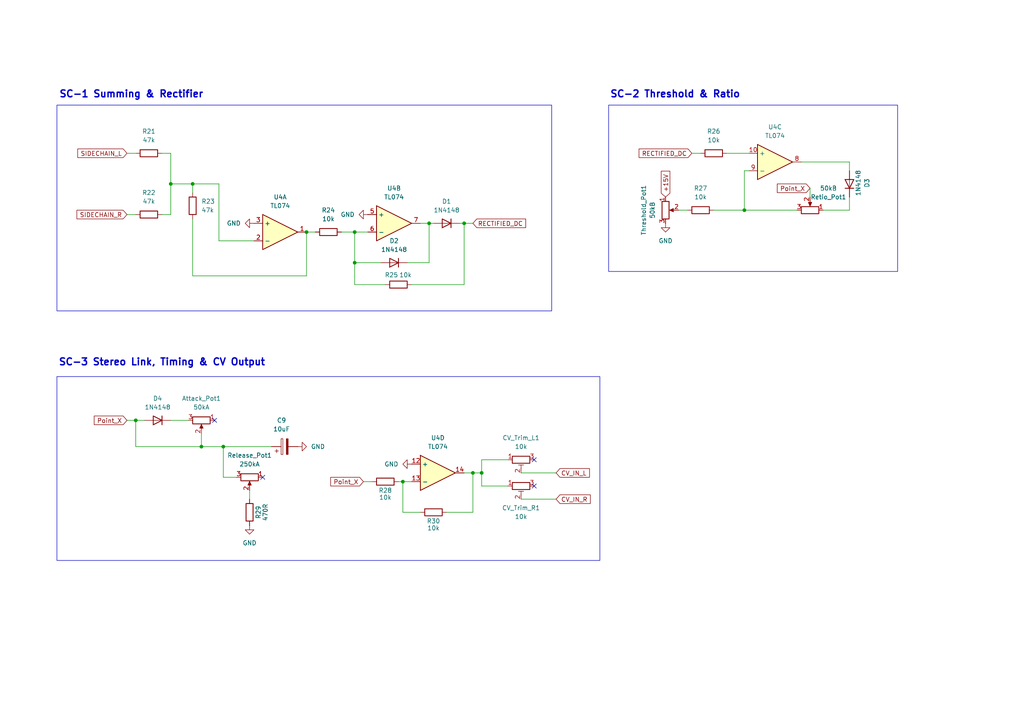
<source format=kicad_sch>
(kicad_sch (version 20250114) (generator "eeschema") (generator_version "9.0")
  (paper "A4")
  (lib_symbols
    (symbol "Device:C_Polarized" (pin_numbers (hide yes)) (pin_names (offset 0.254))
      (property "Reference" "C" (at 0.635 2.54 0))
      (property "Value" "C_Polarized" (at 0.635 -2.54 0))
      (symbol "C_Polarized_0_1"
        (rectangle (start -2.286 0.508) (end 2.286 1.016))
        (polyline (pts (xy -1.778 2.286) (xy -0.762 2.286)))
        (polyline (pts (xy -1.27 2.794) (xy -1.27 1.778)))
        (rectangle (start 2.286 -0.508) (end -2.286 -1.016) (fill (type outline)))
      )
      (symbol "C_Polarized_1_1"
        (pin passive line (at 0 3.81 270) (length 2.794) (name "~") (number "1"))
        (pin passive line (at 0 -3.81 90) (length 2.794) (name "~") (number "2"))
      )
    )
    (symbol "Device:D" (pin_numbers (hide yes)) (pin_names (offset 1.016) (hide yes))
      (property "Reference" "D" (at 0 2.54 0))
      (property "Value" "D" (at 0 -2.54 0))
      (symbol "D_0_1"
        (polyline (pts (xy -1.27 1.27) (xy -1.27 -1.27)) (stroke (width 0.254)))
        (polyline (pts (xy 1.27 1.27) (xy 1.27 -1.27) (xy -1.27 0) (xy 1.27 1.27)) (stroke (width 0.254)))
        (polyline (pts (xy 1.27 0) (xy -1.27 0)))
      )
      (symbol "D_1_1"
        (pin passive line (at -3.81 0 0) (length 2.54) (name "K") (number "1"))
        (pin passive line (at 3.81 0 180) (length 2.54) (name "A") (number "2"))
      )
    )
    (symbol "Device:Opamp_Quad"
      (property "Reference" "U" (at 0 5.08 0))
      (property "Value" "Opamp_Quad" (at 0 -5.08 0))
      (symbol "Opamp_Quad_1_1"
        (polyline (pts (xy -5.08 5.08) (xy 5.08 0) (xy -5.08 -5.08) (xy -5.08 5.08)) (stroke (width 0.254)) (fill (type background)))
        (pin input line (at -7.62 2.54 0) (length 2.54) (name "+") (number "3"))
        (pin input line (at -7.62 -2.54 0) (length 2.54) (name "-") (number "2"))
        (pin output line (at 7.62 0 180) (length 2.54) (name "~") (number "1"))
      )
      (symbol "Opamp_Quad_2_1"
        (polyline (pts (xy -5.08 5.08) (xy 5.08 0) (xy -5.08 -5.08) (xy -5.08 5.08)) (stroke (width 0.254)) (fill (type background)))
        (pin input line (at -7.62 2.54 0) (length 2.54) (name "+") (number "5"))
        (pin input line (at -7.62 -2.54 0) (length 2.54) (name "-") (number "6"))
        (pin output line (at 7.62 0 180) (length 2.54) (name "~") (number "7"))
      )
      (symbol "Opamp_Quad_3_1"
        (polyline (pts (xy -5.08 5.08) (xy 5.08 0) (xy -5.08 -5.08) (xy -5.08 5.08)) (stroke (width 0.254)) (fill (type background)))
        (pin input line (at -7.62 2.54 0) (length 2.54) (name "+") (number "10"))
        (pin input line (at -7.62 -2.54 0) (length 2.54) (name "-") (number "9"))
        (pin output line (at 7.62 0 180) (length 2.54) (name "~") (number "8"))
      )
      (symbol "Opamp_Quad_4_1"
        (polyline (pts (xy -5.08 5.08) (xy 5.08 0) (xy -5.08 -5.08) (xy -5.08 5.08)) (stroke (width 0.254)) (fill (type background)))
        (pin input line (at -7.62 2.54 0) (length 2.54) (name "+") (number "12"))
        (pin input line (at -7.62 -2.54 0) (length 2.54) (name "-") (number "13"))
        (pin output line (at 7.62 0 180) (length 2.54) (name "~") (number "14"))
      )
      (symbol "Opamp_Quad_5_1"
        (pin power_in line (at -2.54 7.62 270) (length 3.81) (name "V+") (number "4"))
        (pin power_in line (at -2.54 -7.62 90) (length 3.81) (name "V-") (number "11"))
      )
    )
    (symbol "Device:R" (pin_numbers (hide yes)) (pin_names (offset 0))
      (property "Reference" "R" (at 2.032 0 90))
      (property "Value" "R" (at 0 0 90))
      (symbol "R_0_1"
        (rectangle (start -1.016 -2.54) (end 1.016 2.54) (stroke (width 0.254)))
      )
      (symbol "R_1_1"
        (pin passive line (at 0 3.81 270) (length 1.27) (name "~") (number "1"))
        (pin passive line (at 0 -3.81 90) (length 1.27) (name "~") (number "2"))
      )
    )
    (symbol "Device:R_Potentiometer" (pin_names (offset 1.016) (hide yes))
      (property "Reference" "RV" (at -4.445 0 90))
      (property "Value" "R_Potentiometer" (at -2.54 0 90))
      (symbol "R_Potentiometer_0_1"
        (rectangle (start 1.016 2.54) (end -1.016 -2.54) (stroke (width 0.254)))
        (polyline (pts (xy 1.143 0) (xy 2.286 0.508) (xy 2.286 -0.508) (xy 1.143 0)) (fill (type outline)))
        (polyline (pts (xy 2.54 0) (xy 1.524 0)))
      )
      (symbol "R_Potentiometer_1_1"
        (pin passive line (at 0 3.81 270) (length 1.27) (name "1") (number "1"))
        (pin passive line (at 0 -3.81 90) (length 1.27) (name "3") (number "3"))
        (pin passive line (at 3.81 0 180) (length 1.27) (name "2") (number "2"))
      )
    )
    (symbol "Device:R_Potentiometer_Trim" (pin_names (offset 1.016) (hide yes))
      (property "Reference" "RV" (at -4.445 0 90))
      (property "Value" "R_Potentiometer_Trim" (at -2.54 0 90))
      (symbol "R_Potentiometer_Trim_0_1"
        (rectangle (start 1.016 2.54) (end -1.016 -2.54) (stroke (width 0.254)))
        (polyline (pts (xy 1.524 0.762) (xy 1.524 -0.762)))
        (polyline (pts (xy 2.54 0) (xy 1.524 0)))
      )
      (symbol "R_Potentiometer_Trim_1_1"
        (pin passive line (at 0 3.81 270) (length 1.27) (name "1") (number "1"))
        (pin passive line (at 0 -3.81 90) (length 1.27) (name "3") (number "3"))
        (pin passive line (at 3.81 0 180) (length 1.27) (name "2") (number "2"))
      )
    )
    (symbol "power:GND" (power) (pin_numbers (hide yes)) (pin_names (offset 0) (hide yes))
      (property "Value" "GND" (at 0 -3.81 0))
      (symbol "GND_0_1"
        (polyline (pts (xy 0 0) (xy 0 -1.27) (xy 1.27 -1.27) (xy 0 -2.54) (xy -1.27 -1.27) (xy 0 -1.27)))
      )
      (symbol "GND_1_1"
        (pin power_in line (at 0 0 270) (length 0) (name "~") (number "1"))
      )
    )
  )
  (rectangle (start 16.51 30.48) (end 160.02 90.17))
  (rectangle (start 16.51 109.22) (end 173.99 162.56))
  (rectangle (start 176.53 30.48) (end 260.35 78.74))
  (text "SC-2 Threshold & Ratio " (at 196.596 27.432 0) (effects (font (size 2 2) (thickness 0.4) (bold yes))))
  (text "SC-1 Summing & Rectifier" (at 38.1 27.432 0) (effects (font (size 2 2) (thickness 0.4) (bold yes))))
  (text "SC-3 Stereo Link, Timing & CV Output" (at 46.99 105.156 0) (effects (font (size 2 2) (thickness 0.4) (bold yes))))
  (junction (at 134.62 64.77))
  (junction (at 137.16 137.16))
  (junction (at 88.9 67.31))
  (junction (at 102.87 76.2))
  (junction (at 102.87 67.31))
  (junction (at 39.37 121.92))
  (junction (at 116.84 139.7))
  (junction (at 215.9 60.96))
  (junction (at 55.88 53.34))
  (junction (at 58.42 129.54))
  (junction (at 64.77 129.54))
  (junction (at 49.53 53.34))
  (junction (at 124.46 64.77))
  (junction (at 139.7 137.16))
  (no_connect (at 62.23 121.92))
  (no_connect (at 76.2 138.43))
  (no_connect (at 154.94 140.97))
  (no_connect (at 154.94 133.35))
  (wire (pts (xy 137.16 137.16) (xy 139.7 137.16)))
  (wire (pts (xy 46.99 44.45) (xy 49.53 44.45)))
  (wire (pts (xy 102.87 76.2) (xy 102.87 67.31)))
  (wire (pts (xy 246.38 46.99) (xy 246.38 49.53)))
  (wire (pts (xy 137.16 137.16) (xy 137.16 148.59)))
  (wire (pts (xy 151.13 137.16) (xy 161.29 137.16)))
  (wire (pts (xy 124.46 64.77) (xy 121.92 64.77)))
  (wire (pts (xy 39.37 121.92) (xy 39.37 129.54)))
  (wire (pts (xy 49.53 53.34) (xy 55.88 53.34)))
  (wire (pts (xy 134.62 137.16) (xy 137.16 137.16)))
  (wire (pts (xy 151.13 144.78) (xy 161.29 144.78)))
  (wire (pts (xy 215.9 60.96) (xy 231.14 60.96)))
  (wire (pts (xy 116.84 139.7) (xy 119.38 139.7)))
  (wire (pts (xy 58.42 129.54) (xy 64.77 129.54)))
  (wire (pts (xy 134.62 82.55) (xy 119.38 82.55)))
  (wire (pts (xy 55.88 53.34) (xy 63.5 53.34)))
  (wire (pts (xy 49.53 53.34) (xy 49.53 62.23)))
  (wire (pts (xy 88.9 67.31) (xy 91.44 67.31)))
  (wire (pts (xy 207.01 60.96) (xy 215.9 60.96)))
  (wire (pts (xy 134.62 64.77) (xy 134.62 82.55)))
  (wire (pts (xy 111.76 82.55) (xy 102.87 82.55)))
  (wire (pts (xy 215.9 49.53) (xy 215.9 60.96)))
  (wire (pts (xy 49.53 121.92) (xy 54.61 121.92)))
  (wire (pts (xy 55.88 53.34) (xy 55.88 55.88)))
  (wire (pts (xy 124.46 76.2) (xy 118.11 76.2)))
  (wire (pts (xy 55.88 63.5) (xy 55.88 80.01)))
  (wire (pts (xy 134.62 64.77) (xy 137.16 64.77)))
  (wire (pts (xy 210.82 44.45) (xy 217.17 44.45)))
  (wire (pts (xy 64.77 129.54) (xy 64.77 138.43)))
  (wire (pts (xy 68.58 138.43) (xy 64.77 138.43)))
  (wire (pts (xy 115.57 139.7) (xy 116.84 139.7)))
  (wire (pts (xy 238.76 60.96) (xy 246.38 60.96)))
  (wire (pts (xy 58.42 129.54) (xy 58.42 125.73)))
  (wire (pts (xy 55.88 80.01) (xy 88.9 80.01)))
  (wire (pts (xy 203.2 44.45) (xy 200.66 44.45)))
  (wire (pts (xy 139.7 140.97) (xy 147.32 140.97)))
  (wire (pts (xy 121.92 148.59) (xy 116.84 148.59)))
  (wire (pts (xy 99.06 67.31) (xy 102.87 67.31)))
  (wire (pts (xy 36.83 62.23) (xy 39.37 62.23)))
  (wire (pts (xy 102.87 67.31) (xy 106.68 67.31)))
  (wire (pts (xy 39.37 129.54) (xy 58.42 129.54)))
  (wire (pts (xy 196.85 60.96) (xy 199.39 60.96)))
  (wire (pts (xy 139.7 137.16) (xy 139.7 133.35)))
  (wire (pts (xy 139.7 137.16) (xy 139.7 140.97)))
  (wire (pts (xy 246.38 57.15) (xy 246.38 60.96)))
  (wire (pts (xy 88.9 80.01) (xy 88.9 67.31)))
  (wire (pts (xy 116.84 139.7) (xy 116.84 148.59)))
  (wire (pts (xy 110.49 76.2) (xy 102.87 76.2)))
  (wire (pts (xy 49.53 62.23) (xy 46.99 62.23)))
  (wire (pts (xy 72.39 142.24) (xy 72.39 144.78)))
  (wire (pts (xy 234.95 54.61) (xy 234.95 57.15)))
  (wire (pts (xy 105.41 139.7) (xy 107.95 139.7)))
  (wire (pts (xy 64.77 129.54) (xy 78.74 129.54)))
  (wire (pts (xy 36.83 121.92) (xy 39.37 121.92)))
  (wire (pts (xy 49.53 44.45) (xy 49.53 53.34)))
  (wire (pts (xy 139.7 133.35) (xy 147.32 133.35)))
  (wire (pts (xy 36.83 44.45) (xy 39.37 44.45)))
  (wire (pts (xy 232.41 46.99) (xy 246.38 46.99)))
  (wire (pts (xy 124.46 64.77) (xy 125.73 64.77)))
  (wire (pts (xy 63.5 53.34) (xy 63.5 69.85)))
  (wire (pts (xy 215.9 49.53) (xy 217.17 49.53)))
  (wire (pts (xy 133.35 64.77) (xy 134.62 64.77)))
  (wire (pts (xy 129.54 148.59) (xy 137.16 148.59)))
  (wire (pts (xy 124.46 64.77) (xy 124.46 76.2)))
  (wire (pts (xy 39.37 121.92) (xy 41.91 121.92)))
  (wire (pts (xy 102.87 76.2) (xy 102.87 82.55)))
  (wire (pts (xy 63.5 69.85) (xy 73.66 69.85)))
  (global_label "Point_X" (shape input) (at 36.83 121.92 180) (effects (font (thickness 0.1588))) (property "Intersheetrefs" "${INTERSHEET_REFS}" (effects (hide yes))))
  (global_label "SIDECHAIN_L" (shape input) (at 36.83 44.45 180) (property "Intersheetrefs" "${INTERSHEET_REFS}" (effects (hide yes))))
  (global_label "CV_IN_L" (shape input) (at 161.29 137.16 0) (effects (font (thickness 0.1588))) (property "Intersheetrefs" "${INTERSHEET_REFS}" (effects (hide yes))))
  (global_label "CV_IN_R" (shape input) (at 161.29 144.78 0) (effects (font (thickness 0.1588))) (property "Intersheetrefs" "${INTERSHEET_REFS}" (effects (hide yes))))
  (global_label "SIDECHAIN_R" (shape input) (at 36.83 62.23 180) (property "Intersheetrefs" "${INTERSHEET_REFS}" (effects (hide yes))))
  (global_label "RECTIFIED_DC" (shape input) (at 137.16 64.77 0) (effects (font (thickness 0.1588))) (property "Intersheetrefs" "${INTERSHEET_REFS}" (effects (hide yes))))
  (global_label "RECTIFIED_DC" (shape input) (at 200.66 44.45 180) (effects (font (thickness 0.1588))) (property "Intersheetrefs" "${INTERSHEET_REFS}" (effects (hide yes))))
  (global_label "Point_X" (shape input) (at 105.41 139.7 180) (effects (font (thickness 0.1588))) (property "Intersheetrefs" "${INTERSHEET_REFS}" (effects (hide yes))))
  (global_label "Point_X" (shape input) (at 234.95 54.61 180) (effects (font (thickness 0.1588))) (property "Intersheetrefs" "${INTERSHEET_REFS}" (effects (hide yes))))
  (global_label "+15V" (shape input) (at 193.04 57.15 90) (property "Intersheetrefs" "${INTERSHEET_REFS}" (effects (hide yes))))
  (symbol (lib_id "power:GND") (at 72.39 152.4 0) (unit 1)
    (property "Reference" "#PWR025" (effects (hide yes)))
    (property "Value" "GND" (at 72.39 157.48 0))
    (property "Description" "Power symbol creates a global label with name \"GND\" , ground" (effects (hide yes)))
  )
  (symbol (lib_id "Device:Opamp_Quad") (at 127 137.16 0) (unit 4)
    (property "Reference" "U4" (at 127 127 0))
    (property "Value" "TL074" (at 127 129.54 0))
    (property "Footprint" "Package_DIP:DIP-14_W7.62mm" (effects (hide yes)))
    (property "Description" "Quad operational amplifier" (effects (hide yes)))
    (property "Sim.Library" "${KICAD9_SYMBOL_DIR}/Simulation_SPICE.sp" (effects (hide yes)))
    (property "Sim.Name" "kicad_builtin_opamp_quad" (effects (hide yes)))
    (property "Sim.Device" "SUBCKT" (effects (hide yes)))
    (property "Sim.Pins" "1=out1 2=in1- 3=in1+ 4=vcc 5=in2+ 6=in2- 7=out2 8=out3 9=in3- 10=in3+ 11=vee 12=in4+ 13=in4- 14=out4" (effects (hide yes)))
  )
  (symbol (lib_id "Device:R") (at 111.76 139.7 90) (unit 1)
    (property "Reference" "R28" (at 111.76 142.24 90))
    (property "Value" "10k" (at 111.76 144.272 90))
    (property "Footprint" "Resistor_THT:R_Axial_DIN0207_L6.3mm_D2.5mm_P2.54mm_Vertical" (effects (hide yes)))
    (property "Description" "Resistor" (effects (hide yes)))
  )
  (symbol (lib_id "Device:R") (at 95.25 67.31 90) (unit 1)
    (property "Reference" "R24" (at 95.25 60.96 90))
    (property "Value" "10k" (at 95.25 63.5 90))
    (property "Footprint" "Resistor_THT:R_Axial_DIN0207_L6.3mm_D2.5mm_P2.54mm_Vertical" (effects (hide yes)))
    (property "Description" "Resistor" (effects (hide yes)))
  )
  (symbol (lib_id "Device:Opamp_Quad") (at 81.28 67.31 0) (unit 1)
    (property "Reference" "U4" (at 81.28 57.15 0))
    (property "Value" "TL074" (at 81.28 59.69 0))
    (property "Footprint" "Package_DIP:DIP-14_W7.62mm" (effects (hide yes)))
    (property "Description" "Quad operational amplifier" (effects (hide yes)))
    (property "Sim.Library" "${KICAD9_SYMBOL_DIR}/Simulation_SPICE.sp" (effects (hide yes)))
    (property "Sim.Name" "kicad_builtin_opamp_quad" (effects (hide yes)))
    (property "Sim.Device" "SUBCKT" (effects (hide yes)))
    (property "Sim.Pins" "1=out1 2=in1- 3=in1+ 4=vcc 5=in2+ 6=in2- 7=out2 8=out3 9=in3- 10=in3+ 11=vee 12=in4+ 13=in4- 14=out4" (effects (hide yes)))
  )
  (symbol (lib_id "power:GND") (at 86.36 129.54 90) (unit 1)
    (property "Reference" "#PWR023" (effects (hide yes)))
    (property "Value" "GND" (at 90.17 129.5399 90) (effects (justify right)))
    (property "Description" "Power symbol creates a global label with name \"GND\" , ground" (effects (hide yes)))
  )
  (symbol (lib_id "Device:R_Potentiometer") (at 58.42 121.92 270) (unit 1)
    (property "Reference" "Attack_Pot1" (at 58.42 115.57 90))
    (property "Value" "50kA" (at 58.42 118.11 90))
    (property "Footprint" "Connector_PinHeader_2.54mm:PinHeader_1x03_P2.54mm_Vertical" (effects (hide yes)))
    (property "Description" "Make Up Gain" (effects (hide yes)))
  )
  (symbol (lib_id "power:GND") (at 106.68 62.23 270) (unit 1)
    (property "Reference" "#PWR021" (effects (hide yes)))
    (property "Value" "GND" (at 102.87 62.2299 90) (effects (justify right)))
    (property "Description" "Power symbol creates a global label with name \"GND\" , ground" (effects (hide yes)))
  )
  (symbol (lib_id "Device:D") (at 129.54 64.77 180) (unit 1)
    (property "Reference" "D1" (at 129.54 58.42 0))
    (property "Value" "1N4148" (at 129.54 60.96 0))
    (property "Footprint" "Diode_THT:D_DO-35_SOD27_P7.62mm_Horizontal" (effects (hide yes)))
    (property "Description" "Diode" (effects (hide yes)))
    (property "Sim.Device" "D" (effects (hide yes)))
    (property "Sim.Pins" "1=K 2=A" (effects (hide yes)))
  )
  (symbol (lib_id "Device:R_Potentiometer_Trim") (at 151.13 133.35 90) (mirror x) (unit 1)
    (property "Reference" "CV_Trim_L1" (at 151.13 127 90))
    (property "Value" "10k" (at 151.13 129.54 90))
    (property "Footprint" "Potentiometer_THT:Potentiometer_Runtron_RM-065_Vertical" (effects (hide yes)))
    (property "Description" "Trim-potentiometer" (effects (hide yes)))
  )
  (symbol (lib_id "power:GND") (at 119.38 134.62 270) (unit 1)
    (property "Reference" "#PWR024" (effects (hide yes)))
    (property "Value" "GND" (at 115.57 134.6199 90) (effects (justify right)))
    (property "Description" "Power symbol creates a global label with name \"GND\" , ground" (effects (hide yes)))
  )
  (symbol (lib_id "Device:R") (at 125.73 148.59 90) (unit 1)
    (property "Reference" "R30" (at 125.73 151.13 90))
    (property "Value" "10k" (at 125.73 153.162 90))
    (property "Footprint" "Resistor_THT:R_Axial_DIN0207_L6.3mm_D2.5mm_P2.54mm_Vertical" (effects (hide yes)))
    (property "Description" "Resistor" (effects (hide yes)))
  )
  (symbol (lib_id "Device:Opamp_Quad") (at 224.79 46.99 0) (unit 3)
    (property "Reference" "U4" (at 224.79 36.83 0))
    (property "Value" "TL074" (at 224.79 39.37 0))
    (property "Footprint" "Package_DIP:DIP-14_W7.62mm" (effects (hide yes)))
    (property "Description" "Quad operational amplifier" (effects (hide yes)))
    (property "Sim.Library" "${KICAD9_SYMBOL_DIR}/Simulation_SPICE.sp" (effects (hide yes)))
    (property "Sim.Name" "kicad_builtin_opamp_quad" (effects (hide yes)))
    (property "Sim.Device" "SUBCKT" (effects (hide yes)))
    (property "Sim.Pins" "1=out1 2=in1- 3=in1+ 4=vcc 5=in2+ 6=in2- 7=out2 8=out3 9=in3- 10=in3+ 11=vee 12=in4+ 13=in4- 14=out4" (effects (hide yes)))
  )
  (symbol (lib_id "Device:R_Potentiometer") (at 234.95 60.96 270) (mirror x) (unit 1)
    (property "Reference" "Retio_Pot1" (at 240.284 57.15 90))
    (property "Value" "50kB" (at 240.284 54.61 90))
    (property "Footprint" "Connector_PinHeader_2.54mm:PinHeader_1x03_P2.54mm_Vertical" (effects (hide yes)))
    (property "Description" "Make Up Gain" (effects (hide yes)))
  )
  (symbol (lib_id "Device:Opamp_Quad") (at 114.3 64.77 0) (unit 2)
    (property "Reference" "U4" (at 114.3 54.61 0))
    (property "Value" "TL074" (at 114.3 57.15 0))
    (property "Footprint" "Package_DIP:DIP-14_W7.62mm" (effects (hide yes)))
    (property "Description" "Quad operational amplifier" (effects (hide yes)))
    (property "Sim.Library" "${KICAD9_SYMBOL_DIR}/Simulation_SPICE.sp" (effects (hide yes)))
    (property "Sim.Name" "kicad_builtin_opamp_quad" (effects (hide yes)))
    (property "Sim.Device" "SUBCKT" (effects (hide yes)))
    (property "Sim.Pins" "1=out1 2=in1- 3=in1+ 4=vcc 5=in2+ 6=in2- 7=out2 8=out3 9=in3- 10=in3+ 11=vee 12=in4+ 13=in4- 14=out4" (effects (hide yes)))
  )
  (symbol (lib_id "power:GND") (at 193.04 64.77 0) (unit 1)
    (property "Reference" "#PWR022" (effects (hide yes)))
    (property "Value" "GND" (at 193.04 69.85 0))
    (property "Description" "Power symbol creates a global label with name \"GND\" , ground" (effects (hide yes)))
  )
  (symbol (lib_id "Device:R") (at 203.2 60.96 90) (unit 1)
    (property "Reference" "R27" (at 203.2 54.61 90))
    (property "Value" "10k" (at 203.2 57.15 90))
    (property "Footprint" "Resistor_THT:R_Axial_DIN0207_L6.3mm_D2.5mm_P2.54mm_Vertical" (effects (hide yes)))
    (property "Description" "Resistor" (effects (hide yes)))
  )
  (symbol (lib_id "Device:R") (at 55.88 59.69 180) (unit 1)
    (property "Reference" "R23" (at 58.42 58.4199 0) (effects (justify right)))
    (property "Value" "47k" (at 58.42 60.9599 0) (effects (justify right)))
    (property "Footprint" "Resistor_THT:R_Axial_DIN0207_L6.3mm_D2.5mm_P2.54mm_Vertical" (effects (hide yes)))
    (property "Description" "Resistor" (effects (hide yes)))
  )
  (symbol (lib_id "Device:D") (at 114.3 76.2 180) (unit 1)
    (property "Reference" "D2" (at 114.3 69.85 0))
    (property "Value" "1N4148" (at 114.3 72.39 0))
    (property "Footprint" "Diode_THT:D_DO-35_SOD27_P7.62mm_Horizontal" (effects (hide yes)))
    (property "Description" "Diode" (effects (hide yes)))
    (property "Sim.Device" "D" (effects (hide yes)))
    (property "Sim.Pins" "1=K 2=A" (effects (hide yes)))
  )
  (symbol (lib_id "Device:R") (at 72.39 148.59 180) (unit 1)
    (property "Reference" "R29" (at 74.93 148.59 90))
    (property "Value" "470R" (at 76.962 148.59 90))
    (property "Footprint" "Resistor_THT:R_Axial_DIN0207_L6.3mm_D2.5mm_P2.54mm_Vertical" (effects (hide yes)))
    (property "Description" "Resistor" (effects (hide yes)))
  )
  (symbol (lib_id "Device:R_Potentiometer_Trim") (at 151.13 140.97 90) (mirror x) (unit 1)
    (property "Reference" "CV_Trim_R1" (at 151.13 147.32 90))
    (property "Value" "10k" (at 151.13 149.86 90))
    (property "Footprint" "Potentiometer_THT:Potentiometer_Runtron_RM-065_Vertical" (effects (hide yes)))
    (property "Description" "Trim-potentiometer" (effects (hide yes)))
  )
  (symbol (lib_id "Device:R") (at 115.57 82.55 90) (unit 1)
    (property "Reference" "R25" (at 113.538 79.756 90))
    (property "Value" "10k" (at 117.602 79.756 90))
    (property "Footprint" "Resistor_THT:R_Axial_DIN0207_L6.3mm_D2.5mm_P2.54mm_Vertical" (effects (hide yes)))
    (property "Description" "Resistor" (effects (hide yes)))
  )
  (symbol (lib_id "Device:D") (at 246.38 53.34 90) (unit 1)
    (property "Reference" "D3" (at 251.46 53.086 0))
    (property "Value" "1N4148" (at 248.92 53.086 0))
    (property "Footprint" "Diode_THT:D_DO-35_SOD27_P7.62mm_Horizontal" (effects (hide yes)))
    (property "Description" "Diode" (effects (hide yes)))
    (property "Sim.Device" "D" (effects (hide yes)))
    (property "Sim.Pins" "1=K 2=A" (effects (hide yes)))
  )
  (symbol (lib_id "Device:R_Potentiometer") (at 72.39 138.43 270) (unit 1)
    (property "Reference" "Release_Pot1" (at 72.39 132.08 90))
    (property "Value" "250kA" (at 72.39 134.62 90))
    (property "Footprint" "Connector_PinHeader_2.54mm:PinHeader_1x03_P2.54mm_Vertical" (effects (hide yes)))
    (property "Description" "Make Up Gain" (effects (hide yes)))
  )
  (symbol (lib_id "Device:R_Potentiometer") (at 193.04 60.96 0) (unit 1)
    (property "Reference" "Threshold_Pot1" (at 186.69 60.96 90))
    (property "Value" "50kB" (at 189.23 60.96 90))
    (property "Footprint" "Connector_PinHeader_2.54mm:PinHeader_1x03_P2.54mm_Vertical" (effects (hide yes)))
    (property "Description" "Make Up Gain" (effects (hide yes)))
  )
  (symbol (lib_id "Device:R") (at 207.01 44.45 90) (unit 1)
    (property "Reference" "R26" (at 207.01 38.1 90))
    (property "Value" "10k" (at 207.01 40.64 90))
    (property "Footprint" "Resistor_THT:R_Axial_DIN0207_L6.3mm_D2.5mm_P2.54mm_Vertical" (effects (hide yes)))
    (property "Description" "Resistor" (effects (hide yes)))
  )
  (symbol (lib_id "Device:R") (at 43.18 62.23 90) (unit 1)
    (property "Reference" "R22" (at 43.18 55.88 90))
    (property "Value" "47k" (at 43.18 58.42 90))
    (property "Footprint" "Resistor_THT:R_Axial_DIN0207_L6.3mm_D2.5mm_P2.54mm_Vertical" (effects (hide yes)))
    (property "Description" "Resistor" (effects (hide yes)))
  )
  (symbol (lib_id "Device:C_Polarized") (at 82.55 129.54 90) (unit 1)
    (property "Reference" "C9" (at 81.661 121.92 90))
    (property "Value" "10uF" (at 81.661 124.46 90))
    (property "Footprint" "Capacitor_THT:CP_Radial_D8.0mm_P3.50mm" (effects (hide yes)))
    (property "Description" "Polarized capacitor" (effects (hide yes)))
  )
  (symbol (lib_id "Device:D") (at 45.72 121.92 180) (unit 1)
    (property "Reference" "D4" (at 45.72 115.57 0))
    (property "Value" "1N4148" (at 45.72 118.11 0))
    (property "Footprint" "Diode_THT:D_DO-35_SOD27_P7.62mm_Horizontal" (effects (hide yes)))
    (property "Description" "Diode" (effects (hide yes)))
    (property "Sim.Device" "D" (effects (hide yes)))
    (property "Sim.Pins" "1=K 2=A" (effects (hide yes)))
  )
  (symbol (lib_id "power:GND") (at 73.66 64.77 270) (unit 1)
    (property "Reference" "#PWR020" (effects (hide yes)))
    (property "Value" "GND" (at 69.85 64.7699 90) (effects (justify right)))
    (property "Description" "Power symbol creates a global label with name \"GND\" , ground" (effects (hide yes)))
  )
  (symbol (lib_id "Device:R") (at 43.18 44.45 90) (unit 1)
    (property "Reference" "R21" (at 43.18 38.1 90))
    (property "Value" "47k" (at 43.18 40.64 90))
    (property "Footprint" "Resistor_THT:R_Axial_DIN0207_L6.3mm_D2.5mm_P2.54mm_Vertical" (effects (hide yes)))
    (property "Description" "Resistor" (effects (hide yes)))
  )
)
</source>
